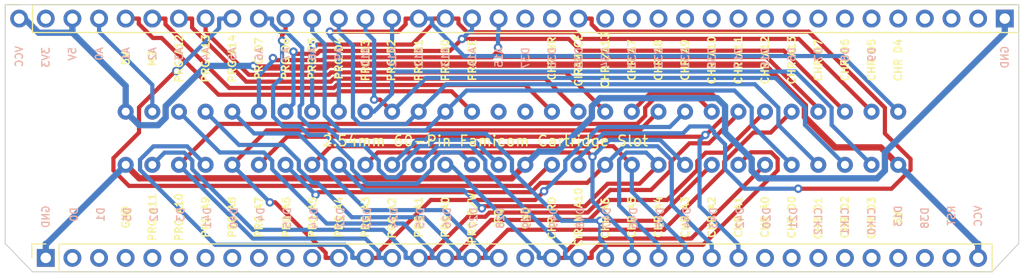
<source format=kicad_pcb>
(kicad_pcb (version 20211014) (generator pcbnew)
  (title_block (title "OSCR FAMICOM ADAPTER") (date "2021-11-22") (rev "V1"))
  (layers (0 "F.Cu" signal) (31 "B.Cu" signal) (34 "B.Paste" user) (35 "F.Paste" user) (36 "B.SilkS" user "B.Silkscreen") (37 "F.SilkS" user "F.Silkscreen") (38 "B.Mask" user) (39 "F.Mask" user) (44 "Edge.Cuts" user))
  (net 0 "")
  (net 1 "D50")
  (net 2 "D51")
  (net 3 "D28")
  (net 4 "D52")
  (net 5 "D26")
  (net 6 "D27")
  (net 7 "D24")
  (net 8 "D25")
  (net 9 "D22")
  (net 10 "D23")
  (net 11 "D53")
  (net 12 "+3V3")
  (net 13 "D9")
  (net 14 "D8")
  (net 15 "D7")
  (net 16 "D6")
  (net 17 "D16")
  (net 18 "D17")
  (net 19 "D30")
  (net 20 "D31")
  (net 21 "D32")
  (net 22 "D33")
  (net 23 "D34")
  (net 24 "D36")
  (net 25 "D37")
  (net 26 "VCC")
  (net 27 "D0")
  (net 28 "D1")
  (net 29 "D5")
  (net 30 "D2")
  (net 31 "D3")
  (net 32 "GND")
  (net 33 "D46")
  (net 34 "D47")
  (net 35 "D44")
  (net 36 "D45")
  (net 37 "D42")
  (net 38 "D43")
  (net 39 "D41")
  (net 40 "D40")
  (net 41 "D4")
  (net 42 "D15")
  (net 43 "D14")
  (net 44 "D29")
  (net 45 "D20")
  (net 46 "D21")
  (net 47 "A14")
  (net 48 "A15")
  (net 49 "A12")
  (net 50 "A13")
  (net 51 "A10")
  (net 52 "A11")
  (net 53 "A8")
  (net 54 "A9")
  (net 55 "A6")
  (net 56 "A7")
  (net 57 "A4")
  (net 58 "A5")
  (net 59 "A2")
  (net 60 "A3")
  (net 61 "A0")
  (net 62 "A1")
  (net 63 "D35")
  (net 64 "CLK2")
  (net 65 "CLK1")
  (net 66 "D13")
  (net 67 "D38")
  (net 68 "D49")
  (net 69 "D48")
  (net 70 "RESET")
  (net 72 "CLK0")
  (footprint "!OSCR:FC_Slot" (layer "F.Cu") (at 145.74 92.825 90)
    (fp_text reference "U1" hide)
    (fp_text value "FC_Slot" hide)
  )
  (footprint "Connector_PinSocket_2.54mm:PinSocket_1x36_P2.54mm_Vertical" (layer "F.Cu") (at 105.1 104.255 90)
    (fp_text reference "J2" hide)
    (fp_text value "CART SLOT BOTTOM ROW" hide)
  )
  (footprint "Connector_PinSocket_2.54mm:PinSocket_1x38_P2.54mm_Vertical" (layer "F.Cu") (at 102.56 81.395 90)
    (fp_text reference "J1" hide)
    (fp_text value "CART SLOT TOP ROW" hide)
  )
  (gr_line (start 101.23 80.07) (end 101.23 102.88) (layer "Edge.Cuts") (width 0.1))
  (gr_line (start 197.87 80.07) (end 101.23 80.07) (layer "Edge.Cuts") (width 0.1))
  (gr_line (start 195.33 105.58) (end 197.87 102.88) (layer "Edge.Cuts") (width 0.1))
  (gr_line (start 103.83 105.58) (end 195.33 105.58) (layer "Edge.Cuts") (width 0.1))
  (gr_line (start 197.87 102.88) (end 197.87 80.07) (layer "Edge.Cuts") (width 0.1))
  (gr_line (start 101.23 102.88) (end 103.83 105.58) (layer "Edge.Cuts") (width 0.1))
  (gr_text "D43" (at 168.76 99.345 90) (layer "B.SilkS") (effects (font (size 0.7 0.7) (thickness 0.125)) (justify left mirror)))
  (gr_text "D3" (at 117.96 99.345 90) (layer "B.SilkS") (effects (font (size 0.7 0.7) (thickness 0.125)) (justify left mirror)))
  (gr_text "D1" (at 110.34 99.345 90) (layer "B.SilkS") (effects (font (size 0.7 0.7) (thickness 0.125)) (justify left mirror)))
  (gr_text "D9" (at 183.86 84.055 90) (layer "B.SilkS") (effects (font (size 0.7 0.7) (thickness 0.125)) (justify left mirror)))
  (gr_text "A6" (at 125.44 84.055 90) (layer "B.SilkS") (effects (font (size 0.7 0.7) (thickness 0.125)) (justify left mirror)))
  (gr_text "D48" (at 156.06 99.345 90) (layer "B.SilkS") (effects (font (size 0.7 0.7) (thickness 0.125)) (justify left mirror)))
  (gr_text "VCC" (at 194 99.175 90) (layer "B.SilkS") (effects (font (size 0.7 0.7) (thickness 0.125)) (justify left mirror)))
  (gr_text "A4" (at 120.36 84.055 90) (layer "B.SilkS") (effects (font (size 0.7 0.7) (thickness 0.125)) (justify left mirror)))
  (gr_text "A2" (at 115.28 84.055 90) (layer "B.SilkS") (effects (font (size 0.7 0.7) (thickness 0.125)) (justify left mirror)))
  (gr_text "D31" (at 166.08 84.055 90) (layer "B.SilkS") (effects (font (size 0.7 0.7) (thickness 0.125)) (justify left mirror)))
  (gr_text "D23" (at 135.74 99.345 90) (layer "B.SilkS") (effects (font (size 0.7 0.7) (thickness 0.125)) (justify left mirror)))
  (gr_text "D7" (at 178.78 84.055 90) (layer "B.SilkS") (effects (font (size 0.7 0.7) (thickness 0.125)) (justify left mirror)))
  (gr_text "D49" (at 153.52 99.345 90) (layer "B.SilkS") (effects (font (size 0.7 0.7) (thickness 0.125)) (justify left mirror)))
  (gr_text "D38" (at 188.92 99.345 90) (layer "B.SilkS") (effects (font (size 0.7 0.7) (thickness 0.125)) (justify left mirror)))
  (gr_text "A10" (at 135.6 84.055 90) (layer "B.SilkS") (effects (font (size 0.7 0.7) (thickness 0.125)) (justify left mirror)))
  (gr_text "D37" (at 150.84 84.055 90) (layer "B.SilkS") (effects (font (size 0.7 0.7) (thickness 0.125)) (justify left mirror)))
  (gr_text "D4" (at 125.58 99.345 90) (layer "B.SilkS") (effects (font (size 0.7 0.7) (thickness 0.125)) (justify left mirror)))
  (gr_text "D32" (at 163.54 84.055 90) (layer "B.SilkS") (effects (font (size 0.7 0.7) (thickness 0.125)) (justify left mirror)))
  (gr_text "D8" (at 181.32 84.055 90) (layer "B.SilkS") (effects (font (size 0.7 0.7) (thickness 0.125)) (justify left mirror)))
  (gr_text "D30" (at 168.62 84.055 90) (layer "B.SilkS") (effects (font (size 0.7 0.7) (thickness 0.125)) (justify left mirror)))
  (gr_text "D29" (at 150.98 99.345 90) (layer "B.SilkS") (effects (font (size 0.7 0.7) (thickness 0.125)) (justify left mirror)))
  (gr_text "RST" (at 191.46 99.175 90) (layer "B.SilkS") (effects (font (size 0.7 0.7) (thickness 0.125)) (justify left mirror)))
  (gr_text "A14" (at 145.76 84.055 90) (layer "B.SilkS") (effects (font (size 0.7 0.7) (thickness 0.125)) (justify left mirror)))
  (gr_text "D2" (at 115.42 99.345 90) (layer "B.SilkS") (effects (font (size 0.7 0.7) (thickness 0.125)) (justify left mirror)))
  (gr_text "CLK2" (at 178.76 99.345 90) (layer "B.SilkS") (effects (font (size 0.7 0.7) (thickness 0.125)) (justify left mirror)))
  (gr_text "D14" (at 130.66 99.345 90) (layer "B.SilkS") (effects (font (size 0.7 0.7) (thickness 0.125)) (justify left mirror)))
  (gr_text "3V3" (at 105.1 84.055 90) (layer "B.SilkS") (effects (font (size 0.7 0.7) (thickness 0.125)) (justify left mirror)))
  (gr_text "D47" (at 158.6 99.345 90) (layer "B.SilkS") (effects (font (size 0.7 0.7) (thickness 0.125)) (justify left mirror)))
  (gr_text "D6" (at 176.24 84.055 90) (layer "B.SilkS") (effects (font (size 0.7 0.7) (thickness 0.125)) (justify left mirror)))
  (gr_text "A0" (at 110.2 84.055 90) (layer "B.SilkS") (effects (font (size 0.7 0.7) (thickness 0.125)) (justify left mirror)))
  (gr_text "D40" (at 123.04 99.345 90) (layer "B.SilkS") (effects (font (size 0.7 0.7) (thickness 0.125)) (justify left mirror)))
  (gr_text "A5" (at 122.9 84.055 90) (layer "B.SilkS") (effects (font (size 0.7 0.7) (thickness 0.125)) (justify left mirror)))
  (gr_text "CLK1" (at 181.3 99.345 90) (layer "B.SilkS") (effects (font (size 0.7 0.7) (thickness 0.125)) (justify left mirror)))
  (gr_text "A1" (at 112.74 84.055 90) (layer "B.SilkS") (effects (font (size 0.7 0.7) (thickness 0.125)) (justify left mirror)))
  (gr_text "D24" (at 138.28 99.345 90) (layer "B.SilkS") (effects (font (size 0.7 0.7) (thickness 0.125)) (justify left mirror)))
  (gr_text "D44" (at 166.22 99.345 90) (layer "B.SilkS") (effects (font (size 0.7 0.7) (thickness 0.125)) (justify left mirror)))
  (gr_text "D22" (at 133.2 99.345 90) (layer "B.SilkS") (effects (font (size 0.7 0.7) (thickness 0.125)) (justify left mirror)))
  (gr_text "A12" (at 140.68 84.055 90) (layer "B.SilkS") (effects (font (size 0.7 0.7) (thickness 0.125)) (justify left mirror)))
  (gr_text "D26" (at 143.36 99.345 90) (layer "B.SilkS") (effects (font (size 0.7 0.7) (thickness 0.125)) (justify left mirror)))
  (gr_text "D42" (at 171.3 99.345 90) (layer "B.SilkS") (effects (font (size 0.7 0.7) (thickness 0.125)) (justify left mirror)))
  (gr_text "VCC" (at 102.56 83.935 90) (layer "B.SilkS") (effects (font (size 0.7 0.7) (thickness 0.125)) (justify left mirror)))
  (gr_text "D5" (at 112.88 99.345 90) (layer "B.SilkS") (effects (font (size 0.7 0.7) (thickness 0.125)) (justify left mirror)))
  (gr_text "A3" (at 117.82 84.055 90) (layer "B.SilkS") (effects (font (size 0.7 0.7) (thickness 0.125)) (justify left mirror)))
  (gr_text "D36" (at 153.38 84.055 90) (layer "B.SilkS") (effects (font (size 0.7 0.7) (thickness 0.125)) (justify left mirror)))
  (gr_text "D33" (at 161 84.055 90) (layer "B.SilkS") (effects (font (size 0.7 0.7) (thickness 0.125)) (justify left mirror)))
  (gr_text "D34" (at 158.46 84.055 90) (layer "B.SilkS") (effects (font (size 0.7 0.7) (thickness 0.125)) (justify left mirror)))
  (gr_text "D15" (at 128.12 99.345 90) (layer "B.SilkS") (effects (font (size 0.7 0.7) (thickness 0.125)) (justify left mirror)))
  (gr_text "GND" (at 105.1 99.175 90) (layer "B.SilkS") (effects (font (size 0.7 0.7) (thickness 0.125)) (justify left mirror)))
  (gr_text "D28" (at 148.44 99.345 90) (layer "B.SilkS") (effects (font (size 0.7 0.7) (thickness 0.125)) (justify left mirror)))
  (gr_text "D21" (at 176.38 99.345 90) (layer "B.SilkS") (effects (font (size 0.7 0.7) (thickness 0.125)) (justify left mirror)))
  (gr_text "CLK0" (at 183.84 99.345 90) (layer "B.SilkS") (effects (font (size 0.7 0.7) (thickness 0.125)) (justify left mirror)))
  (gr_text "D17" (at 171.16 84.055 90) (layer "B.SilkS") (effects (font (size 0.7 0.7) (thickness 0.125)) (justify left mirror)))
  (gr_text "D41" (at 120.5 99.345 90) (layer "B.SilkS") (effects (font (size 0.7 0.7) (thickness 0.125)) (justify left mirror)))
  (gr_text "A9" (at 133.06 84.055 90) (layer "B.SilkS") (effects (font (size 0.7 0.7) (thickness 0.125)) (justify left mirror)))
  (gr_text "A7" (at 127.98 84.055 90) (layer "B.SilkS") (effects (font (size 0.7 0.7) (thickness 0.125)) (justify left mirror)))
  (gr_text "D27" (at 145.9 99.345 90) (layer "B.SilkS") (effects (font (size 0.7 0.7) (thickness 0.125)) (justify left mirror)))
  (gr_text "GND" (at 196.54 83.935 90) (layer "B.SilkS") (effects (font (size 0.7 0.7) (thickness 0.125)) (justify left mirror)))
  (gr_text "A8" (at 130.52 84.055 90) (layer "B.SilkS") (effects (font (size 0.7 0.7) (thickness 0.125)) (justify left mirror)))
  (gr_text "D46" (at 161.14 99.345 90) (layer "B.SilkS") (effects (font (size 0.7 0.7) (thickness 0.125)) (justify left mirror)))
  (gr_text "A11" (at 138.14 84.055 90) (layer "B.SilkS") (effects (font (size 0.7 0.7) (thickness 0.125)) (justify left mirror)))
  (gr_text "D20" (at 173.84 99.345 90) (layer "B.SilkS") (effects (font (size 0.7 0.7) (thickness 0.125)) (justify left mirror)))
  (gr_text "A13" (at 143.22 84.055 90) (layer "B.SilkS") (effects (font (size 0.7 0.7) (thickness 0.125)) (justify left mirror)))
  (gr_text "D16" (at 173.7 84.055 90) (layer "B.SilkS") (effects (font (size 0.7 0.7) (thickness 0.125)) (justify left mirror)))
  (gr_text "D13" (at 186.38 99.175 90) (layer "B.SilkS") (effects (font (size 0.7 0.7) (thickness 0.125)) (justify left mirror)))
  (gr_text "A15" (at 148.3 84.055 90) (layer "B.SilkS") (effects (font (size 0.7 0.7) (thickness 0.125)) (justify left mirror)))
  (gr_text "D25" (at 140.82 99.345 90) (layer "B.SilkS") (effects (font (size 0.7 0.7) (thickness 0.125)) (justify left mirror)))
  (gr_text "D45" (at 163.68 99.345 90) (layer "B.SilkS") (effects (font (size 0.7 0.7) (thickness 0.125)) (justify left mirror)))
  (gr_text "5V" (at 107.64 84.055 90) (layer "B.SilkS") (effects (font (size 0.7 0.7) (thickness 0.125)) (justify left mirror)))
  (gr_text "D0" (at 107.8 99.345 90) (layer "B.SilkS") (effects (font (size 0.7 0.7) (thickness 0.125)) (justify left mirror)))
  (gr_text "D35" (at 155.92 84.055 90) (layer "B.SilkS") (effects (font (size 0.7 0.7) (thickness 0.125)) (justify left mirror)))
  (gr_text "PRG D3" (at 135.58 85.365 90) (layer "F.SilkS") (effects (font (size 0.7 0.7))))
  (gr_text "CHR D7\n" (at 178.76 85.365 90) (layer "F.SilkS") (effects (font (size 0.7 0.7))))
  (gr_text "CHR A9" (at 166.06 85.365 90) (layer "F.SilkS") (effects (font (size 0.7 0.7))))
  (gr_text "GND\n" (at 112.72 100.364999 90) (layer "F.SilkS") (effects (font (size 0.7 0.7))))
  (gr_text "PRG A10\n" (at 117.8 100.364999 90) (layer "F.SilkS") (effects (font (size 0.7 0.7))))
  (gr_text "PRG A1" (at 140.66 100.365 90) (layer "F.SilkS") (effects (font (size 0.7 0.7))))
  (gr_text "CHR D5" (at 183.84 85.357444 90) (layer "F.SilkS") (effects (font (size 0.7 0.7))))
  (gr_text "CHR A13" (at 176.22 85.365 90) (layer "F.SilkS") (effects (font (size 0.7 0.7))))
  (gr_text "PRG A8" (at 122.88 100.364999 90) (layer "F.SilkS") (effects (font (size 0.7 0.7))))
  (gr_text "CHR A0" (at 173.68 100.365 90) (layer "F.SilkS") (effects (font (size 0.7 0.7))))
  (gr_text "PRG R/W" (at 145.74 100.445 90) (layer "F.SilkS") (effects (font (size 0.7 0.7))))
  (gr_text "M2" (at 115.26 85.205 90) (layer "F.SilkS") (effects (font (size 0.7 0.7))))
  (gr_text "CHR A2" (at 168.6 100.365 90) (layer "F.SilkS") (effects (font (size 0.7 0.7))))
  (gr_text "PRG A5" (at 130.55 100.364999 90) (layer "F.SilkS") (effects (font (size 0.7 0.7))))
  (gr_text "CHR A11" (at 171.14 85.365 90) (layer "F.SilkS") (effects (font (size 0.7 0.7))))
  (gr_text "CHR D4" (at 186.38 85.357444 90) (layer "F.SilkS") (effects (font (size 0.7 0.7))))
  (gr_text "PRG A2" (at 138.12 100.445 90) (layer "F.SilkS") (effects (font (size 0.7 0.7))))
  (gr_text "5V" (at 186.38 100.445 90) (layer "F.SilkS") (effects (font (size 0.7 0.7))))
  (gr_text "CHR RD" (at 153.36 100.445 90) (layer "F.SilkS") (effects (font (size 0.7 0.7))))
  (gr_text "CHR D2" (at 181.3 100.365 90) (layer "F.SilkS") (effects (font (size 0.7 0.7))))
  (gr_text "CHR A5" (at 160.98 100.365 90) (layer "F.SilkS") (effects (font (size 0.7 0.7))))
  (gr_text "CHR A7" (at 160.98 85.365 90) (layer "F.SilkS") (effects (font (size 0.7 0.7))))
  (gr_text "5V" (at 112.72 85.205 90) (layer "F.SilkS") (effects (font (size 0.7 0.7))))
  (gr_text "PRG D1" (at 140.66 85.365 90) (layer "F.SilkS") (effects (font (size 0.7 0.7))))
  (gr_text "PRG A3" (at 135.58 100.364999 90) (layer "F.SilkS") (effects (font (size 0.7 0.7))))
  (gr_text "GND" (at 150.82 100.445 90) (layer "F.SilkS") (effects (font (size 0.7 0.7))))
  (gr_text "IRQ" (at 148.28 100.445 90) (layer "F.SilkS") (effects (font (size 0.7 0.7))))
  (gr_text "PRG A13" (at 120.34 85.205 90) (layer "F.SilkS") (effects (font (size 0.7 0.7))))
  (gr_text "CHR D0" (at 176.22 100.365 90) (layer "F.SilkS") (effects (font (size 0.7 0.7))))
  (gr_text "CHR D1" (at 178.76 100.445 90) (layer "F.SilkS") (effects (font (size 0.7 0.7))))
  (gr_text "CIRAM CE" (at 155.9 85.365 90) (layer "F.SilkS") (effects (font (size 0.7 0.7))))
  (gr_text "PRG D4" (at 133.05 85.205 90) (layer "F.SilkS") (effects (font (size 0.7 0.7))))
  (gr_text "PRG D5" (at 130.5 85.205 90) (layer "F.SilkS") (effects (font (size 0.7 0.7))))
  (gr_text "PRG D2" (at 138.05 85.365 90) (layer "F.SilkS") (effects (font (size 0.7 0.7))))
  (gr_text "CHR A10" (at 168.6 85.365 90) (layer "F.SilkS") (effects (font (size 0.7 0.7))))
  (gr_text "CHR A1" (at 171.14 100.365 90) (layer "F.SilkS") (effects (font (size 0.7 0.7))))
  (gr_text "PRG A12" (at 117.8 85.205 90) (layer "F.SilkS") (effects (font (size 0.7 0.7))))
  (gr_text "CHR A12" (at 173.68 85.365 90) (layer "F.SilkS") (effects (font (size 0.7 0.7))))
  (gr_text "PRG A7" (at 125.42 100.364999 90) (layer "F.SilkS") (effects (font (size 0.7 0.7))))
  (gr_text "CHR /A13" (at 158.44 85.365 90) (layer "F.SilkS") (effects (font (size 0.7 0.7))))
  (gr_text "CHR A8" (at 163.52 85.365 90) (layer "F.SilkS") (effects (font (size 0.7 0.7))))
  (gr_text "CHR WR" (at 153.36 85.205 90) (layer "F.SilkS") (effects (font (size 0.7 0.7))))
  (gr_text "PRG CE" (at 145.77 85.365 90) (layer "F.SilkS") (effects (font (size 0.7 0.7))))
  (gr_text "CIRAM A10" (at 155.9 100.365 90) (layer "F.SilkS") (effects (font (size 0.7 0.7))))
  (gr_text "CHR D3\n" (at 183.84 100.445 90) (layer "F.SilkS") (effects (font (size 0.7 0.7))))
  (gr_text "2.54mm 60-Pin Famicom Cartridge Slot" (at 147.01 93.08) (layer "F.SilkS") (effects (font (size 1 1))))
  (gr_text "PRG A11" (at 115.26 100.364999 90) (layer "F.SilkS") (effects (font (size 0.7 0.7))))
  (gr_text "PRG D7" (at 125.42 85.205 90) (layer "F.SilkS") (effects (font (size 0.7 0.7))))
  (gr_text "PRG A9" (at 120.34 100.364999 90) (layer "F.SilkS") (effects (font (size 0.7 0.7))))
  (gr_text "PRG D0" (at 143.2 85.365 90) (layer "F.SilkS") (effects (font (size 0.7 0.7))))
  (gr_text "CHR A4" (at 163.52 100.365 90) (layer "F.SilkS") (effects (font (size 0.7 0.7))))
  (gr_text "CHR D6" (at 181.3 85.357444 90) (layer "F.SilkS") (effects (font (size 0.7 0.7))))
  (gr_text "PRG D6" (at 127.96 85.205 90) (layer "F.SilkS") (effects (font (size 0.7 0.7))))
  (gr_text "CHR A3" (at 166.06 100.365 90) (layer "F.SilkS") (effects (font (size 0.7 0.7))))
  (gr_text "PRG A4" (at 133.05 100.364999 90) (layer "F.SilkS") (effects (font (size 0.7 0.7))))
  (gr_text "PRG A0" (at 143.2 100.365 90) (layer "F.SilkS") (effects (font (size 0.7 0.7))))
  (gr_text "PRG A6" (at 128.05 100.364999 90) (layer "F.SilkS") (effects (font (size 0.7 0.7))))
  (gr_text "CHR A6" (at 158.44 100.445 90) (layer "F.SilkS") (effects (font (size 0.7 0.7))))
  (gr_text "PRG A14" (at 122.88 85.205 90) (layer "F.SilkS") (effects (font (size 0.7 0.7))))
  (segment (start 148.28 104.255) (end 147.0297 104.255) (width 0.4) (layer "B.Cu") (net 3))
  (segment (start 143.014 99.6923) (end 135.6688 99.6923) (width 0.4) (layer "B.Cu") (net 3))
  (segment (start 129.173 92.3678) (end 124.9628 92.3678) (width 0.4) (layer "B.Cu") (net 3))
  (segment (start 147.0297 104.255) (end 147.0297 103.708) (width 0.4) (layer "B.Cu") (net 3))
  (segment (start 124.9628 92.3678) (end 122.88 90.285) (width 0.4) (layer "B.Cu") (net 3))
  (segment (start 131.77 95.7935) (end 131.77 94.9648) (width 0.4) (layer "B.Cu") (net 3))
  (segment (start 131.77 94.9648) (end 129.173 92.3678) (width 0.4) (layer "B.Cu") (net 3))
  (segment (start 147.0297 103.708) (end 143.014 99.6923) (width 0.4) (layer "B.Cu") (net 3))
  (segment (start 135.6688 99.6923) (end 131.77 95.7935) (width 0.4) (layer "B.Cu") (net 3))
  (segment (start 169.7624 94.2026) (end 168.032 94.2026) (width 0.4) (layer "F.Cu") (net 5))
  (segment (start 143.2 104.255) (end 144.4503 104.255) (width 0.4) (layer "F.Cu") (net 5))
  (segment (start 147.5559 100.6315) (end 144.4503 103.7371) (width 0.4) (layer "F.Cu") (net 5))
  (segment (start 167.2224 95.0122) (end 167.2224 95.8466) (width 0.4) (layer "F.Cu") (net 5))
  (segment (start 167.2224 95.8466) (end 164.3483 98.7207) (width 0.4) (layer "F.Cu") (net 5))
  (segment (start 168.032 94.2026) (end 167.2224 95.0122) (width 0.4) (layer "F.Cu") (net 5))
  (segment (start 156.9072 100.6315) (end 147.5559 100.6315) (width 0.4) (layer "F.Cu") (net 5))
  (segment (start 158.818 98.7207) (end 156.9072 100.6315) (width 0.4) (layer "F.Cu") (net 5))
  (segment (start 173.68 90.285) (end 169.7624 94.2026) (width 0.4) (layer "F.Cu") (net 5))
  (segment (start 164.3483 98.7207) (end 158.818 98.7207) (width 0.4) (layer "F.Cu") (net 5))
  (segment (start 144.4503 103.7371) (end 144.4503 104.255) (width 0.4) (layer "F.Cu") (net 5))
  (segment (start 121.6997 94.1847) (end 125.8948 94.1847) (width 0.4) (layer "B.Cu") (net 5))
  (segment (start 126.6901 94.98) (end 126.6901 95.7755) (width 0.4) (layer "B.Cu") (net 5))
  (segment (start 141.9497 103.708) (end 141.9497 104.255) (width 0.4) (layer "B.Cu") (net 5))
  (segment (start 125.8948 94.1847) (end 126.6901 94.98) (width 0.4) (layer "B.Cu") (net 5))
  (segment (start 143.2 104.255) (end 141.9497 104.255) (width 0.4) (layer "B.Cu") (net 5))
  (segment (start 139.2148 100.9731) (end 141.9497 103.708) (width 0.4) (layer "B.Cu") (net 5))
  (segment (start 126.6901 95.7755) (end 131.8877 100.9731) (width 0.4) (layer "B.Cu") (net 5))
  (segment (start 117.8 90.285) (end 121.6997 94.1847) (width 0.4) (layer "B.Cu") (net 5))
  (segment (start 131.8877 100.9731) (end 139.2148 100.9731) (width 0.4) (layer "B.Cu") (net 5))
  (segment (start 164.0428 101.5662) (end 149.161 101.5662) (width 0.4) (layer "F.Cu") (net 6))
  (segment (start 172.5746 92.2811) (end 169.7909 95.0648) (width 0.4) (layer "F.Cu") (net 6))
  (segment (start 149.161 101.5662) (end 146.9903 103.7369) (width 0.4) (layer "F.Cu") (net 6))
  (segment (start 176.22 90.285) (end 174.2239 92.2811) (width 0.4) (layer "F.Cu") (net 6))
  (segment (start 145.74 104.255) (end 146.9903 104.255) (width 0.4) (layer "F.Cu") (net 6))
  (segment (start 169.7909 95.0648) (end 169.7909 95.8181) (width 0.4) (layer "F.Cu") (net 6))
  (segment (start 174.2239 92.2811) (end 172.5746 92.2811) (width 0.4) (layer "F.Cu") (net 6))
  (segment (start 146.9903 103.7369) (end 146.9903 104.255) (width 0.4) (layer "F.Cu") (net 6))
  (segment (start 169.7909 95.8181) (end 164.0428 101.5662) (width 0.4) (layer "F.Cu") (net 6))
  (segment (start 134.2885 100.3727) (end 141.1544 100.3727) (width 0.4) (layer "B.Cu") (net 6))
  (segment (start 129.23 94.9707) (end 129.23 95.7859) (width 0.4) (layer "B.Cu") (net 6))
  (segment (start 141.1544 100.3727) (end 144.4897 103.708) (width 0.4) (layer "B.Cu") (net 6))
  (segment (start 144.4897 103.708) (end 144.4897 104.255) (width 0.4) (layer "B.Cu") (net 6))
  (segment (start 145.74 104.255) (end 144.4897 104.255) (width 0.4) (layer "B.Cu") (net 6))
  (segment (start 120.34 90.285) (end 123.5189 93.4639) (width 0.4) (layer "B.Cu") (net 6))
  (segment (start 130.5215 97.0774) (end 130.9932 97.0774) (width 0.4) (layer "B.Cu") (net 6))
  (segment (start 123.5189 93.4639) (end 127.7232 93.4639) (width 0.4) (layer "B.Cu") (net 6))
  (segment (start 129.23 95.7859) (end 130.5215 97.0774) (width 0.4) (layer "B.Cu") (net 6))
  (segment (start 130.9932 97.0774) (end 134.2885 100.3727) (width 0.4) (layer "B.Cu") (net 6))
  (segment (start 127.7232 93.4639) (end 129.23 94.9707) (width 0.4) (layer "B.Cu") (net 6))
  (segment (start 121.7079 91.4571) (end 161.4853 91.4571) (width 0.4) (layer "F.Cu") (net 7))
  (segment (start 167.4216 89.1066) (end 168.6 90.285) (width 0.4) (layer "F.Cu") (net 7))
  (segment (start 117.8 95.365) (end 121.7079 91.4571) (width 0.4) (layer "F.Cu") (net 7))
  (segment (start 161.4853 91.4571) (end 162.25 90.6924) (width 0.4) (layer "F.Cu") (net 7))
  (segment (start 163.0496 89.1066) (end 167.4216 89.1066) (width 0.4) (layer "F.Cu") (net 7))
  (segment (start 162.25 89.9062) (end 163.0496 89.1066) (width 0.4) (layer "F.Cu") (net 7))
  (segment (start 162.25 90.6924) (end 162.25 89.9062) (width 0.4) (layer "F.Cu") (net 7))
  (segment (start 135.566 102.4043) (end 124.8393 102.4043) (width 0.4) (layer "B.Cu") (net 7))
  (segment (start 138.12 104.255) (end 136.8697 104.255) (width 0.4) (layer "B.Cu") (net 7))
  (segment (start 136.8697 104.255) (end 136.8697 103.708) (width 0.4) (layer "B.Cu") (net 7))
  (segment (start 136.8697 103.708) (end 135.566 102.4043) (width 0.4) (layer "B.Cu") (net 7))
  (segment (start 124.8393 102.4043) (end 117.8 95.365) (width 0.4) (layer "B.Cu") (net 7))
  (segment (start 164.6824 95.0978) (end 164.6824 95.8965) (width 0.4) (layer "F.Cu") (net 8))
  (segment (start 158.9211 97.7687) (end 156.7673 99.9225) (width 0.4) (layer "F.Cu") (net 8))
  (segment (start 164.6824 95.8965) (end 162.8102 97.7687) (width 0.4) (layer "F.Cu") (net 8))
  (segment (start 171.14 90.285) (end 171.14 90.4998) (width 0.4) (layer "F.Cu") (net 8))
  (segment (start 147.0159 100.3226) (end 145.3454 100.3226) (width 0.4) (layer "F.Cu") (net 8))
  (segment (start 162.8102 97.7687) (end 158.9211 97.7687) (width 0.4) (layer "F.Cu") (net 8))
  (segment (start 140.66 104.255) (end 141.9103 104.255) (width 0.4) (layer "F.Cu") (net 8))
  (segment (start 141.9103 103.7577) (end 141.9103 104.255) (width 0.4) (layer "F.Cu") (net 8))
  (segment (start 168.3298 93.31) (end 166.4702 93.31) (width 0.4) (layer "F.Cu") (net 8))
  (segment (start 156.7673 99.9225) (end 147.416 99.9225) (width 0.4) (layer "F.Cu") (net 8))
  (segment (start 166.4702 93.31) (end 164.6824 95.0978) (width 0.4) (layer "F.Cu") (net 8))
  (segment (start 147.416 99.9225) (end 147.0159 100.3226) (width 0.4) (layer "F.Cu") (net 8))
  (segment (start 171.14 90.4998) (end 168.3298 93.31) (width 0.4) (layer "F.Cu") (net 8))
  (segment (start 145.3454 100.3226) (end 141.9103 103.7577) (width 0.4) (layer "F.Cu") (net 8))
  (segment (start 139.4097 103.6902) (end 137.293 101.5735) (width 0.4) (layer "B.Cu") (net 8))
  (segment (start 137.293 101.5735) (end 124.8576 101.5735) (width 0.4) (layer "B.Cu") (net 8))
  (segment (start 124.8576 101.5735) (end 119.07 95.7859) (width 0.4) (layer "B.Cu") (net 8))
  (segment (start 119.07 95.7859) (end 119.07 94.9621) (width 0.4) (layer "B.Cu") (net 8))
  (segment (start 140.66 104.255) (end 139.4097 104.255) (width 0.4) (layer "B.Cu") (net 8))
  (segment (start 118.3053 94.1974) (end 116.4276 94.1974) (width 0.4) (layer "B.Cu") (net 8))
  (segment (start 139.4097 104.255) (end 139.4097 103.6902) (width 0.4) (layer "B.Cu") (net 8))
  (segment (start 119.07 94.9621) (end 118.3053 94.1974) (width 0.4) (layer "B.Cu") (net 8))
  (segment (start 116.4276 94.1974) (end 115.26 95.365) (width 0.4) (layer "B.Cu") (net 8))
  (segment (start 126.1656 92.0794) (end 161.7256 92.0794) (width 0.4) (layer "F.Cu") (net 9))
  (segment (start 133.04 104.255) (end 131.7897 104.255) (width 0.4) (layer "F.Cu") (net 9))
  (segment (start 161.7256 92.0794) (end 163.52 90.285) (width 0.4) (layer "F.Cu") (net 9))
  (segment (start 131.7897 103.7684) (end 126.9751 98.9538) (width 0.4) (layer "F.Cu") (net 9))
  (segment (start 122.88 95.365) (end 126.1656 92.0794) (width 0.4) (layer "F.Cu") (net 9))
  (segment (start 126.9751 98.9538) (end 126.4688 98.9538) (width 0.4) (layer "F.Cu") (net 9))
  (segment (start 131.7897 104.255) (end 131.7897 103.7684) (width 0.4) (layer "F.Cu") (net 9))
  (via (at 126.4688 98.9538) (size 0.8) (drill 0.4) (layers "F.Cu" "B.Cu") (net 9))
  (segment (start 122.88 95.365) (end 126.4688 98.9538) (width 0.4) (layer "B.Cu") (net 9))
  (segment (start 136.8303 103.708) (end 141.8165 98.7218) (width 0.4) (layer "F.Cu") (net 10))
  (segment (start 135.58 104.255) (end 136.8303 104.255) (width 0.4) (layer "F.Cu") (net 10))
  (segment (start 136.8303 104.255) (end 136.8303 103.708) (width 0.4) (layer "F.Cu") (net 10))
  (segment (start 151.7767 98.7218) (end 152.6129 97.8856) (width 0.4) (layer "F.Cu") (net 10))
  (segment (start 141.8165 98.7218) (end 151.7767 98.7218) (width 0.4) (layer "F.Cu") (net 10))
  (via (at 152.6129 97.8856) (size 0.8) (drill 0.4) (layers "F.Cu" "B.Cu") (net 10))
  (segment (start 154.63 95.8685) (end 154.63 94.9779) (width 0.4) (layer "B.Cu") (net 10))
  (segment (start 135.58 104.255) (end 134.3297 104.255) (width 0.4) (layer "B.Cu") (net 10))
  (segment (start 120.34 95.365) (end 118.5721 93.5971) (width 0.4) (layer "B.Cu") (net 10))
  (segment (start 114.086 94.8749) (end 114.086 95.8354) (width 0.4) (layer "B.Cu") (net 10))
  (segment (start 134.3297 103.7079) (end 134.3297 104.255) (width 0.4) (layer "B.Cu") (net 10))
  (segment (start 164.5943 91.7507) (end 166.06 90.285) (width 0.4) (layer "B.Cu") (net 10))
  (segment (start 133.6265 103.0047) (end 134.3297 103.7079) (width 0.4) (layer "B.Cu") (net 10))
  (segment (start 121.2553 103.0047) (end 133.6265 103.0047) (width 0.4) (layer "B.Cu") (net 10))
  (segment (start 152.6129 97.8856) (end 154.63 95.8685) (width 0.4) (layer "B.Cu") (net 10))
  (segment (start 154.63 94.9779) (end 157.8572 91.7507) (width 0.4) (layer "B.Cu") (net 10))
  (segment (start 115.3638 93.5971) (end 114.086 94.8749) (width 0.4) (layer "B.Cu") (net 10))
  (segment (start 157.8572 91.7507) (end 164.5943 91.7507) (width 0.4) (layer "B.Cu") (net 10))
  (segment (start 114.086 95.8354) (end 121.2553 103.0047) (width 0.4) (layer "B.Cu") (net 10))
  (segment (start 118.5721 93.5971) (end 115.3638 93.5971) (width 0.4) (layer "B.Cu") (net 10))
  (segment (start 184.7124 93.6974) (end 186.38 95.365) (width 0.6) (layer "F.Cu") (net 26))
  (segment (start 180.3784 93.6974) (end 184.7124 93.6974) (width 0.6) (layer "F.Cu") (net 26))
  (segment (start 132.0575 85.7953) (end 173.564 85.7953) (width 0.6) (layer "F.Cu") (net 26))
  (segment (start 125.0426 86.0646) (end 131.7882 86.0646) (width 0.6) (layer "F.Cu") (net 26))
  (segment (start 124.8919 85.9139) (end 125.0426 86.0646) (width 0.6) (layer "F.Cu") (net 26))
  (segment (start 131.7882 86.0646) (end 132.0575 85.7953) (width 0.6) (layer "F.Cu") (net 26))
  (segment (start 173.564 85.7953) (end 177.4824 89.7137) (width 0.6) (layer "F.Cu") (net 26))
  (segment (start 177.4824 90.8014) (end 180.3784 93.6974) (width 0.6) (layer "F.Cu") (net 26))
  (segment (start 177.4824 89.7137) (end 177.4824 90.8014) (width 0.6) (layer "F.Cu") (net 26))
  (via (at 124.8919 85.9139) (size 0.8) (drill 0.4) (layers "F.Cu" "B.Cu") (net 26))
  (segment (start 107.64 82.7453) (end 112.72 87.8253) (width 0.6) (layer "B.Cu") (net 26))
  (segment (start 112.72 90.285) (end 114.015 91.58) (width 0.6) (layer "B.Cu") (net 26))
  (segment (start 104.4168 82.7453) (end 103.0665 81.395) (width 0.6) (layer "B.Cu") (net 26))
  (segment (start 194 104.255) (end 194 102.9047) (width 0.6) (layer "B.Cu") (net 26))
  (segment (start 186.38 95.365) (end 193.9197 102.9047) (width 0.6) (layer "B.Cu") (net 26))
  (segment (start 120.3719 85.9139) (end 124.8919 85.9139) (width 0.6) (layer "B.Cu") (net 26))
  (segment (start 103.0665 81.395) (end 102.56 81.395) (width 0.6) (layer "B.Cu") (net 26))
  (segment (start 112.72 87.8253) (end 112.72 90.285) (width 0.6) (layer "B.Cu") (net 26))
  (segment (start 114.015 91.58) (end 115.8067 91.58) (width 0.6) (layer "B.Cu") (net 26))
  (segment (start 116.53 89.7558) (end 120.3719 85.9139) (width 0.6) (layer "B.Cu") (net 26))
  (segment (start 193.9197 102.9047) (end 194 102.9047) (width 0.6) (layer "B.Cu") (net 26))
  (segment (start 107.64 82.7453) (end 104.4168 82.7453) (width 0.6) (layer "B.Cu") (net 26))
  (segment (start 107.64 81.395) (end 107.64 82.7453) (width 0.6) (layer "B.Cu") (net 26))
  (segment (start 115.8067 91.58) (end 116.53 90.8567) (width 0.6) (layer "B.Cu") (net 26))
  (segment (start 116.53 90.8567) (end 116.53 89.7558) (width 0.6) (layer "B.Cu") (net 26))
  (segment (start 150.82 95.365) (end 149.5329 96.6521) (width 0.6) (layer "F.Cu") (net 32))
  (segment (start 114.0071 96.6521) (end 112.72 95.365) (width 0.6) (layer "F.Cu") (net 32))
  (segment (start 149.5329 96.6521) (end 114.0071 96.6521) (width 0.6) (layer "F.Cu") (net 32))
  (segment (start 157.9394 88.9974) (end 157.17 89.7668) (width 0.6) (layer "B.Cu") (net 32))
  (segment (start 157.17 90.8076) (end 153.875 94.1026) (width 0.6) (layer "B.Cu") (net 32))
  (segment (start 196.54 81.395) (end 196.54 82.7453) (width 0.6) (layer "B.Cu") (net 32))
  (segment (start 112.72 95.365) (end 105.1803 102.9047) (width 0.6) (layer "B.Cu") (net 32))
  (segment (start 184.3676 96.655) (end 173.1349 96.655) (width 0.6) (layer "B.Cu") (net 32))
  (segment (start 172.41 94.8203) (end 169.87 92.2803) (width 0.6) (layer "B.Cu") (net 32))
  (segment (start 185.11 94.1753) (end 185.11 95.9126) (width 0.6) (layer "B.Cu") (net 32))
  (segment (start 173.1349 96.655) (end 172.41 95.9301) (width 0.6) (layer "B.Cu") (net 32))
  (segment (start 153.875 94.1026) (end 152.0824 94.1026) (width 0.6) (layer "B.Cu") (net 32))
  (segment (start 169.87 92.2803) (end 169.87 89.7465) (width 0.6) (layer "B.Cu") (net 32))
  (segment (start 169.87 89.7465) (end 169.1209 88.9974) (width 0.6) (layer "B.Cu") (net 32))
  (segment (start 105.1 104.255) (end 105.1 102.9047) (width 0.6) (layer "B.Cu") (net 32))
  (segment (start 157.17 89.7668) (end 157.17 90.8076) (width 0.6) (layer "B.Cu") (net 32))
  (segment (start 105.1803 102.9047) (end 105.1 102.9047) (width 0.6) (layer "B.Cu") (net 32))
  (segment (start 172.41 95.9301) (end 172.41 94.8203) (width 0.6) (layer "B.Cu") (net 32))
  (segment (start 169.1209 88.9974) (end 157.9394 88.9974) (width 0.6) (layer "B.Cu") (net 32))
  (segment (start 185.11 95.9126) (end 184.3676 96.655) (width 0.6) (layer "B.Cu") (net 32))
  (segment (start 196.54 82.7453) (end 185.11 94.1753) (width 0.6) (layer "B.Cu") (net 32))
  (segment (start 152.0824 94.1026) (end 150.82 95.365) (width 0.6) (layer "B.Cu") (net 32))
  (segment (start 135.58 95.365) (end 136.758 94.187) (width 0.4) (layer "F.Cu") (net 33))
  (segment (start 156.8247 94.187) (end 157.2281 94.5904) (width 0.4) (layer "F.Cu") (net 33))
  (segment (start 136.758 94.187) (end 156.8247 94.187) (width 0.4) (layer "F.Cu") (net 33))
  (via (at 157.2281 94.5904) (size 0.8) (drill 0.4) (layers "F.Cu" "B.Cu") (net 33))
  (segment (start 158.8258 92.9927) (end 157.2281 94.5904) (width 0.4) (layer "B.Cu") (net 33))
  (segment (start 157.2281 98.8408) (end 157.2281 94.5904) (width 0.4) (layer "B.Cu") (net 33))
  (segment (start 160.98 102.5927) (end 157.2281 98.8408) (width 0.4) (layer "B.Cu") (net 33))
  (segment (start 160.98 104.255) (end 160.98 103.0047) (width 0.4) (layer "B.Cu") (net 33))
  (segment (start 166.06 95.365) (end 163.6877 92.9927) (width 0.4) (layer "B.Cu") (net 33))
  (segment (start 160.98 103.0047) (end 160.98 102.5927) (width 0.4) (layer "B.Cu") (net 33))
  (segment (start 163.6877 92.9927) (end 158.8258 92.9927) (width 0.4) (layer "B.Cu") (net 33))
  (segment (start 163.2542 100.7108) (end 157.9663 100.7108) (width 0.4) (layer "F.Cu") (net 34))
  (segment (start 168.6 95.365) (end 163.2542 100.7108) (width 0.4) (layer "F.Cu") (net 34))
  (via (at 157.9663 100.7108) (size 0.8) (drill 0.4) (layers "F.Cu" "B.Cu") (net 34))
  (segment (start 157.9663 102.531) (end 157.9663 100.7108) (width 0.4) (layer "B.Cu") (net 34))
  (segment (start 140.5069 92.9781) (end 141.2989 92.9781) (width 0.4) (layer "B.Cu") (net 34))
  (segment (start 138.12 95.365) (end 140.5069 92.9781) (width 0.4) (layer "B.Cu") (net 34))
  (segment (start 141.2989 92.9781) (end 141.8992 92.3778) (width 0.4) (layer "B.Cu") (net 34))
  (segment (start 149.55 95.9544) (end 154.3064 100.7108) (width 0.4) (layer "B.Cu") (net 34))
  (segment (start 158.44 104.255) (end 158.44 103.0047) (width 0.4) (layer "B.Cu") (net 34))
  (segment (start 154.3064 100.7108) (end 157.9663 100.7108) (width 0.4) (layer "B.Cu") (net 34))
  (segment (start 149.55 94.8951) (end 149.55 95.9544) (width 0.4) (layer "B.Cu") (net 34))
  (segment (start 158.44 103.0047) (end 157.9663 102.531) (width 0.4) (layer "B.Cu") (net 34))
  (segment (start 147.0327 92.3778) (end 149.55 94.8951) (width 0.4) (layer "B.Cu") (net 34))
  (segment (start 141.8992 92.3778) (end 147.0327 92.3778) (width 0.4) (layer "B.Cu") (net 34))
  (segment (start 132.2786 93.5864) (end 130.5 95.365) (width 0.4) (layer "F.Cu") (net 35))
  (segment (start 159.2014 93.5864) (end 132.2786 93.5864) (width 0.4) (layer "F.Cu") (net 35))
  (segment (start 160.98 95.365) (end 159.2014 93.5864) (width 0.4) (layer "F.Cu") (net 35))
  (segment (start 166.06 103.0047) (end 160.98 97.9247) (width 0.4) (layer "B.Cu") (net 35))
  (segment (start 166.06 104.255) (end 166.06 103.0047) (width 0.4) (layer "B.Cu") (net 35))
  (segment (start 160.98 97.9247) (end 160.98 95.365) (width 0.4) (layer "B.Cu") (net 35))
  (segment (start 156.5187 99.3222) (end 146.8845 99.3222) (width 0.4) (layer "F.Cu") (net 36))
  (segment (start 158.6725 97.1684) (end 156.5187 99.3222) (width 0.4) (layer "F.Cu") (net 36))
  (segment (start 146.8845 99.3222) (end 146.6844 99.5223) (width 0.4) (layer "F.Cu") (net 36))
  (segment (start 163.52 95.365) (end 161.7166 97.1684) (width 0.4) (layer "F.Cu") (net 36))
  (segment (start 161.7166 97.1684) (end 158.6725 97.1684) (width 0.4) (layer "F.Cu") (net 36))
  (via (at 146.6844 99.5223) (size 0.8) (drill 0.4) (layers "F.Cu" "B.Cu") (net 36))
  (segment (start 163.52 104.255) (end 163.52 103.0047) (width 0.4) (layer "B.Cu") (net 36))
  (segment (start 135.4675 97.7925) (end 144.9546 97.7925) (width 0.4) (layer "B.Cu") (net 36))
  (segment (start 162.3483 94.1933) (end 163.52 95.365) (width 0.4) (layer "B.Cu") (net 36))
  (segment (start 133.04 95.365) (end 135.4675 97.7925) (width 0.4) (layer "B.Cu") (net 36))
  (segment (start 159.7681 94.9) (end 160.4748 94.1933) (width 0.4) (layer "B.Cu") (net 36))
  (segment (start 159.7681 99.2528) (end 159.7681 94.9) (width 0.4) (layer "B.Cu") (net 36))
  (segment (start 144.9546 97.7925) (end 146.6844 99.5223) (width 0.4) (layer "B.Cu") (net 36))
  (segment (start 163.52 103.0047) (end 159.7681 99.2528) (width 0.4) (layer "B.Cu") (net 36))
  (segment (start 160.4748 94.1933) (end 162.3483 94.1933) (width 0.4) (layer "B.Cu") (net 36))
  (segment (start 168.5528 88.5058) (end 169.7781 89.7311) (width 0.4) (layer "F.Cu") (net 37))
  (segment (start 169.7781 90.7978) (end 168.0663 92.5096) (width 0.4) (layer "F.Cu") (net 37))
  (segment (start 168.0663 92.5096) (end 167.9861 92.5096) (width 0.4) (layer "F.Cu") (net 37))
  (segment (start 162.7592 88.5058) (end 168.5528 88.5058) (width 0.4) (layer "F.Cu") (net 37))
  (segment (start 125.42 95.365) (end 128.1052 92.6798) (width 0.4) (layer "F.Cu") (net 37))
  (segment (start 169.7781 89.7311) (end 169.7781 90.7978) (width 0.4) (layer "F.Cu") (net 37))
  (segment (start 128.1052 92.6798) (end 167.8159 92.6798) (width 0.4) (layer "F.Cu") (net 37))
  (segment (start 160.98 90.285) (end 162.7592 88.5058) (width 0.4) (layer "F.Cu") (net 37))
  (segment (start 167.8159 92.6798) (end 167.9861 92.5096) (width 0.4) (layer "F.Cu") (net 37))
  (via (at 167.9861 92.5096) (size 0.8) (drill 0.4) (layers "F.Cu" "B.Cu") (net 37))
  (segment (start 167.9861 92.5096) (end 167.437 93.0587) (width 0.4) (layer "B.Cu") (net 37))
  (segment (start 171.14 104.255) (end 171.14 103.0047) (width 0.4) (layer "B.Cu") (net 37))
  (segment (start 167.437 93.0587) (end 167.437 99.3017) (width 0.4) (layer "B.Cu") (net 37))
  (segment (start 167.437 99.3017) (end 171.14 103.0047) (width 0.4) (layer "B.Cu") (net 37))
  (segment (start 152.2815 97.0853) (end 151.3891 97.9777) (width 0.4) (layer "F.Cu") (net 38))
  (segment (start 151.3891 97.9777) (end 131.0667 97.9777) (width 0.4) (layer "F.Cu") (net 38))
  (segment (start 156.7197 97.0853) (end 152.2815 97.0853) (width 0.4) (layer "F.Cu") (net 38))
  (segment (start 131.0667 97.9777) (end 130.8197 98.2247) (width 0.4) (layer "F.Cu") (net 38))
  (segment (start 158.44 95.365) (end 156.7197 97.0853) (width 0.4) (layer "F.Cu") (net 38))
  (via (at 130.8197 98.2247) (size 0.8) (drill 0.4) (layers "F.Cu" "B.Cu") (net 38))
  (segment (start 127.96 95.365) (end 130.8197 98.2247) (width 0.4) (layer "B.Cu") (net 38))
  (segment (start 160.212 93.593) (end 158.44 95.365) (width 0.4) (layer "B.Cu") (net 38))
  (segment (start 164.79 99.1947) (end 164.79 94.9441) (width 0.4) (layer "B.Cu") (net 38))
  (segment (start 168.6 104.255) (end 168.6 103.0047) (width 0.4) (layer "B.Cu") (net 38))
  (segment (start 163.4389 93.593) (end 160.212 93.593) (width 0.4) (layer "B.Cu") (net 38))
  (segment (start 164.79 94.9441) (end 163.4389 93.593) (width 0.4) (layer "B.Cu") (net 38))
  (segment (start 168.6 103.0047) (end 164.79 99.1947) (width 0.4) (layer "B.Cu") (net 38))
  (segment (start 154.9545 83.3398) (end 144.7791 83.3398) (width 0.4) (layer "F.Cu") (net 47))
  (segment (start 131.2291 84.4848) (end 130.9499 84.764) (width 0.4) (layer "F.Cu") (net 47))
  (segment (start 156.0773 84.4626) (end 154.9545 83.3398) (width 0.4) (layer "F.Cu") (net 47))
  (segment (start 130.9499 84.764) (end 128.9224 84.764) (width 0.4) (layer "F.Cu") (net 47))
  (segment (start 144.7791 83.3398) (end 143.6341 84.4848) (width 0.4) (layer "F.Cu") (net 47))
  (segment (start 175.4776 84.4626) (end 156.0773 84.4626) (width 0.4) (layer "F.Cu") (net 47))
  (segment (start 128.9224 84.764) (end 128.713 84.5546) (width 0.4) (layer "F.Cu") (net 47))
  (segment (start 181.3 90.285) (end 175.4776 84.4626) (width 0.4) (layer "F.Cu") (net 47))
  (segment (start 143.6341 84.4848) (end 131.2291 84.4848) (width 0.4) (layer "F.Cu") (net 47))
  (via (at 144.7791 83.3398) (size 0.8) (drill 0.4) (layers "F.Cu" "B.Cu") (net 47))
  (via (at 128.713 84.5546) (size 0.8) (drill 0.4) (layers "F.Cu" "B.Cu") (net 47))
  (segment (start 128.713 84.5546) (end 128.713 89.532) (width 0.4) (layer "B.Cu") (net 47))
  (segment (start 145.4736 82.6453) (end 144.7791 83.3398) (width 0.4) (layer "B.Cu") (net 47))
  (segment (start 145.74 82.6453) (end 145.4736 82.6453) (width 0.4) (layer "B.Cu") (net 47))
  (segment (start 145.74 81.395) (end 145.74 82.6453) (width 0.4) (layer "B.Cu") (net 47))
  (segment (start 128.713 89.532) (end 127.96 90.285) (width 0.4) (layer "B.Cu") (net 47))
  (segment (start 131.7674 85.095) (end 147.6196 85.095) (width 0.4) (layer "F.Cu") (net 48))
  (segment (start 178.76 90.0008) (end 173.8221 85.0629) (width 0.4) (layer "F.Cu") (net 48))
  (segment (start 126.7585 85.1616) (end 126.9612 85.3643) (width 0.4) (layer "F.Cu") (net 48))
  (segment (start 131.4981 85.3643) (end 131.7674 85.095) (width 0.4) (layer "F.Cu") (net 48))
  (segment (start 148.7881 85.0629) (end 148.2199 84.4947) (width 0.4) (layer "F.Cu") (net 48))
  (segment (start 126.9612 85.3643) (end 131.4981 85.3643) (width 0.4) (layer "F.Cu") (net 48))
  (segment (start 147.6196 85.095) (end 148.2199 84.4947) (width 0.4) (layer "F.Cu") (net 48))
  (segment (start 178.76 90.285) (end 178.76 90.0008) (width 0.4) (layer "F.Cu") (net 48))
  (segment (start 173.8221 85.0629) (end 148.7881 85.0629) (width 0.4) (layer "F.Cu") (net 48))
  (segment (start 148.2199 84.1528) (end 148.2199 84.4947) (width 0.4) (layer "F.Cu") (net 48))
  (via (at 148.2199 84.1528) (size 0.8) (drill 0.4) (layers "F.Cu" "B.Cu") (net 48))
  (via (at 126.7585 85.1616) (size 0.8) (drill 0.4) (layers "F.Cu" "B.Cu") (net 48))
  (segment (start 148.2199 82.7054) (end 148.2199 84.1528) (width 0.4) (layer "B.Cu") (net 48))
  (segment (start 125.42 86.7777) (end 126.7585 85.4392) (width 0.4) (layer "B.Cu") (net 48))
  (segment (start 148.28 82.6453) (end 148.2199 82.7054) (width 0.4) (layer "B.Cu") (net 48))
  (segment (start 148.28 81.395) (end 148.28 82.6453) (width 0.4) (layer "B.Cu") (net 48))
  (segment (start 125.42 90.285) (end 125.42 86.7777) (width 0.4) (layer "B.Cu") (net 48))
  (segment (start 126.7585 85.4392) (end 126.7585 85.1616) (width 0.4) (layer "B.Cu") (net 48))
  (segment (start 138.7063 82.6454) (end 132.194 82.6454) (width 0.4) (layer "F.Cu") (net 49))
  (segment (start 139.4097 81.395) (end 139.4097 81.942) (width 0.4) (layer "F.Cu") (net 49))
  (segment (start 140.66 81.395) (end 139.4097 81.395) (width 0.4) (layer "F.Cu") (net 49))
  (segment (start 139.4097 81.942) (end 138.7063 82.6454) (width 0.4) (layer "F.Cu") (net 49))
  (via (at 132.194 82.6454) (size 0.8) (drill 0.4) (layers "F.Cu" "B.Cu") (net 49))
  (segment (start 141.9103 81.9115) (end 141.9103 81.395) (width 0.4) (layer "B.Cu") (net 49))
  (segment (start 181.0671 84.9721) (end 144.9709 84.9721) (width 0.4) (layer "B.Cu") (net 49))
  (segment (start 140.66 81.395) (end 141.9103 81.395) (width 0.4) (layer "B.Cu") (net 49))
  (segment (start 132.194 83.0549) (end 132.194 82.6454) (width 0.4) (layer "B.Cu") (net 49))
  (segment (start 133.04 90.285) (end 133.04 83.9009) (width 0.4) (layer "B.Cu") (net 49))
  (segment (start 186.38 90.285) (end 181.0671 84.9721) (width 0.4) (layer "B.Cu") (net 49))
  (segment (start 144.9709 84.9721) (end 141.9103 81.9115) (width 0.4) (layer "B.Cu") (net 49))
  (segment (start 133.04 83.9009) (end 132.194 83.0549) (width 0.4) (layer "B.Cu") (net 49))
  (segment (start 145.2759 82.6993) (end 144.4503 81.8737) (width 0.4) (layer "F.Cu") (net 50))
  (segment (start 141.9497 81.395) (end 141.9497 81.942) (width 0.4) (layer "F.Cu") (net 50))
  (segment (start 141.9497 81.942) (end 140.0143 83.8774) (width 0.4) (layer "F.Cu") (net 50))
  (segment (start 143.2 81.395) (end 141.9497 81.395) (width 0.4) (layer "F.Cu") (net 50))
  (segment (start 183.84 90.285) (end 176.8948 83.3398) (width 0.4) (layer "F.Cu") (net 50))
  (segment (start 176.8948 83.3398) (end 156.2278 83.3398) (width 0.4) (layer "F.Cu") (net 50))
  (segment (start 144.4503 81.8737) (end 144.4503 81.395) (width 0.4) (layer "F.Cu") (net 50))
  (segment (start 155.5873 82.6993) (end 145.2759 82.6993) (width 0.4) (layer "F.Cu") (net 50))
  (segment (start 130.7047 83.8774) (end 130.6184 83.9637) (width 0.4) (layer "F.Cu") (net 50))
  (segment (start 143.7982 81.395) (end 144.4503 81.395) (width 0.4) (layer "F.Cu") (net 50))
  (segment (start 143.2 81.395) (end 143.7982 81.395) (width 0.4) (layer "F.Cu") (net 50))
  (segment (start 156.2278 83.3398) (end 155.5873 82.6993) (width 0.4) (layer "F.Cu") (net 50))
  (segment (start 140.0143 83.8774) (end 130.7047 83.8774) (width 0.4) (layer "F.Cu") (net 50))
  (via (at 130.6184 83.9637) (size 0.8) (drill 0.4) (layers "F.Cu" "B.Cu") (net 50))
  (segment (start 130.6184 83.9637) (end 130.5 84.0821) (width 0.4) (layer "B.Cu") (net 50))
  (segment (start 130.5 84.0821) (end 130.5 90.285) (width 0.4) (layer "B.Cu") (net 50))
  (segment (start 136.9728 89.1378) (end 136.4103 89.1378) (width 0.4) (layer "F.Cu") (net 51))
  (segment (start 138.12 90.285) (end 136.9728 89.1378) (width 0.4) (layer "F.Cu") (net 51))
  (via (at 136.4103 89.1378) (size 0.8) (drill 0.4) (layers "F.Cu" "B.Cu") (net 51))
  (segment (start 174.6803 87.0641) (end 177.49 89.8738) (width 0.4) (layer "B.Cu") (net 51))
  (segment (start 136.4103 83.4756) (end 136.4103 89.1378) (width 0.4) (layer "B.Cu") (net 51))
  (segment (start 177.49 91.555) (end 181.3 95.365) (width 0.4) (layer "B.Cu") (net 51))
  (segment (start 135.58 81.395) (end 135.58 82.6453) (width 0.4) (layer "B.Cu") (net 51))
  (segment (start 135.58 82.6453) (end 136.4103 83.4756) (width 0.4) (layer "B.Cu") (net 51))
  (segment (start 141.3409 87.0641) (end 174.6803 87.0641) (width 0.4) (layer "B.Cu") (net 51))
  (segment (start 177.49 89.8738) (end 177.49 91.555) (width 0.4) (layer "B.Cu") (net 51))
  (segment (start 138.12 90.285) (end 141.3409 87.0641) (width 0.4) (layer "B.Cu") (net 51))
  (segment (start 138.12 86.4536) (end 176.5763 86.4536) (width 0.4) (layer "B.Cu") (net 52))
  (segment (start 180.03 89.9073) (end 180.03 91.555) (width 0.4) (layer "B.Cu") (net 52))
  (segment (start 176.5763 86.4536) (end 180.03 89.9073) (width 0.4) (layer "B.Cu") (net 52))
  (segment (start 135.58 90.285) (end 136.3949 90.285) (width 0.4) (layer "B.Cu") (net 52))
  (segment (start 138.12 88.5599) (end 138.12 86.4536) (width 0.4) (layer "B.Cu") (net 52))
  (segment (start 136.3949 90.285) (end 138.12 88.5599) (width 0.4) (layer "B.Cu") (net 52))
  (segment (start 180.03 91.555) (end 183.84 95.365) (width 0.4) (layer "B.Cu") (net 52))
  (segment (start 138.12 86.4536) (end 138.12 81.395) (width 0.4) (layer "B.Cu") (net 52))
  (segment (start 143.2 90.285) (end 145.218 88.267) (width 0.4) (layer "B.Cu") (net 53))
  (segment (start 145.218 88.267) (end 170.7697 88.267) (width 0.4) (layer "B.Cu") (net 53))
  (segment (start 172.41 89.9073) (end 172.41 91.555) (width 0.4) (layer "B.Cu") (net 53))
  (segment (start 130.5 81.395) (end 130.5 82.6453) (width 0.4) (layer "B.Cu") (net 53))
  (segment (start 133.1374 92.0844) (end 131.6907 90.6377) (width 0.4) (layer "B.Cu") (net 53))
  (segment (start 143.1431 90.285) (end 141.3437 92.0844) (width 0.4) (layer "B.Cu") (net 53))
  (segment (start 141.3437 92.0844) (end 133.1374 92.0844) (width 0.4) (layer "B.Cu") (net 53))
  (segment (start 172.41 91.555) (end 176.22 95.365) (width 0.4) (layer "B.Cu") (net 53))
  (segment (start 131.6907 90.6377) (end 131.6907 83.836) (width 0.4) (layer "B.Cu") (net 53))
  (segment (start 170.7697 88.267) (end 172.41 89.9073) (width 0.4) (layer "B.Cu") (net 53))
  (segment (start 143.2 90.285) (end 143.1431 90.285) (width 0.4) (layer "B.Cu") (net 53))
  (segment (start 131.6907 83.836) (end 130.5 82.6453) (width 0.4) (layer "B.Cu") (net 53))
  (segment (start 174.95 91.555) (end 178.76 95.365) (width 0.4) (layer "B.Cu") (net 54))
  (segment (start 134.388 90.8152) (end 134.388 83.9933) (width 0.4) (layer "B.Cu") (net 54))
  (segment (start 135.0487 91.4759) (end 134.388 90.8152) (width 0.4) (layer "B.Cu") (net 54))
  (segment (start 133.04 81.395) (end 133.04 82.6453) (width 0.4) (layer "B.Cu") (net 54))
  (segment (start 140.66 90.285) (end 143.2784 87.6666) (width 0.4) (layer "B.Cu") (net 54))
  (segment (start 139.4691 91.4759) (end 135.0487 91.4759) (width 0.4) (layer "B.Cu") (net 54))
  (segment (start 143.2784 87.6666) (end 172.7093 87.6666) (width 0.4) (layer "B.Cu") (net 54))
  (segment (start 134.388 83.9933) (end 133.04 82.6453) (width 0.4) (layer "B.Cu") (net 54))
  (segment (start 174.95 89.9073) (end 174.95 91.555) (width 0.4) (layer "B.Cu") (net 54))
  (segment (start 140.66 90.285) (end 139.4691 91.4759) (width 0.4) (layer "B.Cu") (net 54))
  (segment (start 172.7093 87.6666) (end 174.95 89.9073) (width 0.4) (layer "B.Cu") (net 54))
  (segment (start 136.85 94.953) (end 135.3827 93.4857) (width 0.4) (layer "B.Cu") (net 55))
  (segment (start 127.3735 82.6453) (end 126.6703 81.9421) (width 0.4) (layer "B.Cu") (net 55))
  (segment (start 129.309 89.7851) (end 129.546 89.5481) (width 0.4) (layer "B.Cu") (net 55))
  (segment (start 135.3827 93.4857) (end 133.6538 93.4857) (width 0.4) (layer "B.Cu") (net 55))
  (segment (start 128.0053 82.6453) (end 127.3735 82.6453) (width 0.4) (layer "B.Cu") (net 55))
  (segment (start 125.42 81.395) (end 126.6703 81.395) (width 0.4) (layer "B.Cu") (net 55))
  (segment (start 137.6179 96.5768) (end 136.85 95.8089) (width 0.4) (layer "B.Cu") (net 55))
  (segment (start 139.2824 95.0517) (end 139.2824 95.8466) (width 0.4) (layer "B.Cu") (net 55))
  (segment (start 140.7557 93.5784) (end 139.2824 95.0517) (width 0.4) (layer "B.Cu") (net 55))
  (segment (start 131.8308 91.6627) (end 130.2183 91.6627) (width 0.4) (layer "B.Cu") (net 55))
  (segment (start 126.6703 81.9421) (end 126.6703 81.395) (width 0.4) (layer "B.Cu") (net 55))
  (segment (start 129.546 84.186) (end 128.0053 82.6453) (width 0.4) (layer "B.Cu") (net 55))
  (segment (start 139.2824 95.8466) (end 138.5522 96.5768) (width 0.4) (layer "B.Cu") (net 55))
  (segment (start 136.85 95.8089) (end 136.85 94.953) (width 0.4) (layer "B.Cu") (net 55))
  (segment (start 148.28 95.365) (end 145.8931 92.9781) (width 0.4) (layer "B.Cu") (net 55))
  (segment (start 141.5475 93.5784) (end 140.7557 93.5784) (width 0.4) (layer "B.Cu") (net 55))
  (segment (start 129.309 90.7534) (end 129.309 89.7851) (width 0.4) (layer "B.Cu") (net 55))
  (segment (start 138.5522 96.5768) (end 137.6179 96.5768) (width 0.4) (layer "B.Cu") (net 55))
  (segment (start 130.2183 91.6627) (end 129.309 90.7534) (width 0.4) (layer "B.Cu") (net 55))
  (segment (start 129.546 89.5481) (end 129.546 84.186) (width 0.4) (layer "B.Cu") (net 55))
  (segment (start 145.8931 92.9781) (end 142.1478 92.9781) (width 0.4) (layer "B.Cu") (net 55))
  (segment (start 142.1478 92.9781) (end 141.5475 93.5784) (width 0.4) (layer "B.Cu") (net 55))
  (segment (start 133.6538 93.4857) (end 131.8308 91.6627) (width 0.4) (layer "B.Cu") (net 55))
  (segment (start 127.96 82.6453) (end 127.6283 82.977) (width 0.4) (layer "F.Cu") (net 56))
  (segment (start 127.6283 82.977) (end 127.6283 83.506) (width 0.4) (layer "F.Cu") (net 56))
  (segment (start 127.96 81.395) (end 127.96 82.6453) (width 0.4) (layer "F.Cu") (net 56))
  (via (at 127.6283 83.506) (size 0.8) (drill 0.4) (layers "F.Cu" "B.Cu") (net 56))
  (segment (start 145.74 95.365) (end 144.5537 94.1787) (width 0.4) (layer "B.Cu") (net 56))
  (segment (start 141.93 95.739) (end 140.4918 97.1772) (width 0.4) (layer "B.Cu") (net 56))
  (segment (start 127.6283 86.9958) (end 127.6283 83.506) (width 0.4) (layer "B.Cu") (net 56))
  (segment (start 142.7189 94.1787) (end 141.93 94.9676) (width 0.4) (layer "B.Cu") (net 56))
  (segment (start 126.7768 90.7613) (end 126.7768 87.8473) (width 0.4) (layer "B.Cu") (net 56))
  (segment (start 135.7013 97.1772) (end 134.31 95.7859) (width 0.4) (layer "B.Cu") (net 56))
  (segment (start 130.166 92.5117) (end 129.3171 91.6628) (width 0.4) (layer "B.Cu") (net 56))
  (segment (start 141.93 94.9676) (end 141.93 95.739) (width 0.4) (layer "B.Cu") (net 56))
  (segment (start 134.31 94.991) (end 131.8307 92.5117) (width 0.4) (layer "B.Cu") (net 56))
  (segment (start 131.8307 92.5117) (end 130.166 92.5117) (width 0.4) (layer "B.Cu") (net 56))
  (segment (start 144.5537 94.1787) (end 142.7189 94.1787) (width 0.4) (layer "B.Cu") (net 56))
  (segment (start 127.6783 91.6628) (end 126.7768 90.7613) (width 0.4) (layer "B.Cu") (net 56))
  (segment (start 129.3171 91.6628) (end 127.6783 91.6628) (width 0.4) (layer "B.Cu") (net 56))
  (segment (start 140.4918 97.1772) (end 135.7013 97.1772) (width 0.4) (layer "B.Cu") (net 56))
  (segment (start 134.31 95.7859) (end 134.31 94.991) (width 0.4) (layer "B.Cu") (net 56))
  (segment (start 126.7768 87.8473) (end 127.6283 86.9958) (width 0.4) (layer "B.Cu") (net 56))
  (segment (start 124.4596 86.7649) (end 132.0783 86.7649) (width 0.4) (layer "F.Cu") (net 57))
  (segment (start 154.6914 86.5364) (end 158.44 90.285) (width 0.4) (layer "F.Cu") (net 57))
  (segment (start 120.34 81.395) (end 120.34 82.6453) (width 0.4) (layer "F.Cu") (net 57))
  (segment (start 132.0783 86.7649) (end 132.3068 86.5364) (width 0.4) (layer "F.Cu") (net 57))
  (segment (start 120.34 82.6453) (end 124.4596 86.7649) (width 0.4) (layer "F.Cu") (net 57))
  (segment (start 132.3068 86.5364) (end 154.6914 86.5364) (width 0.4) (layer "F.Cu") (net 57))
  (segment (start 113.99 92.284) (end 113.99 89.8759) (width 0.4) (layer "F.Cu") (net 58))
  (segment (start 153.1529 95.365) (end 151.1406 97.3773) (width 0.4) (layer "F.Cu") (net 58))
  (segment (start 113.0375 97.3773) (end 111.5516 95.8914) (width 0.4) (layer "F.Cu") (net 58))
  (segment (start 113.99 89.8759) (end 117.4641 86.4018) (width 0.4) (layer "F.Cu") (net 58))
  (segment (start 151.1406 97.3773) (end 113.0375 97.3773) (width 0.4) (layer "F.Cu") (net 58))
  (segment (start 111.5516 94.7224) (end 113.99 92.284) (width 0.4) (layer "F.Cu") (net 58))
  (segment (start 117.4641 86.4018) (end 117.5381 86.4018) (width 0.4) (layer "F.Cu") (net 58))
  (segment (start 153.36 95.365) (end 153.1529 95.365) (width 0.4) (layer "F.Cu") (net 58))
  (segment (start 111.5516 95.8914) (end 111.5516 94.7224) (width 0.4) (layer "F.Cu") (net 58))
  (via (at 117.5381 86.4018) (size 0.8) (drill 0.4) (layers "F.Cu" "B.Cu") (net 58))
  (segment (start 121.6297 82.3102) (end 117.5381 86.4018) (width 0.4) (layer "B.Cu") (net 58))
  (segment (start 122.88 81.395) (end 121.6297 81.395) (width 0.4) (layer "B.Cu") (net 58))
  (segment (start 121.6297 81.395) (end 121.6297 82.3102) (width 0.4) (layer "B.Cu") (net 58))
  (segment (start 116.5103 81.942) (end 122.5871 88.0188) (width 0.4) (layer "F.Cu") (net 59))
  (segment (start 150.8121 87.7371) (end 153.36 90.285) (width 0.4) (layer "F.Cu") (net 59))
  (segment (start 122.5871 88.0188) (end 132.5572 88.0188) (width 0.4) (layer "F.Cu") (net 59))
  (segment (start 132.5572 88.0188) (end 132.8389 87.7371) (width 0.4) (layer "F.Cu") (net 59))
  (segment (start 115.26 81.395) (end 116.5103 81.395) (width 0.4) (layer "F.Cu") (net 59))
  (segment (start 116.5103 81.395) (end 116.5103 81.942) (width 0.4) (layer "F.Cu") (net 59))
  (segment (start 132.8389 87.7371) (end 150.8121 87.7371) (width 0.4) (layer "F.Cu") (net 59))
  (segment (start 119.0503 82.2546) (end 124.2141 87.4184) (width 0.4) (layer "F.Cu") (net 60))
  (segment (start 119.0503 81.395) (end 119.0503 82.2546) (width 0.4) (layer "F.Cu") (net 60))
  (segment (start 152.7517 87.1367) (end 155.9 90.285) (width 0.4) (layer "F.Cu") (net 60))
  (segment (start 132.5554 87.1367) (end 152.7517 87.1367) (width 0.4) (layer "F.Cu") (net 60))
  (segment (start 117.8 81.395) (end 119.0503 81.395) (width 0.4) (layer "F.Cu") (net 60))
  (segment (start 132.2737 87.4184) (end 132.5554 87.1367) (width 0.4) (layer "F.Cu") (net 60))
  (segment (start 124.2141 87.4184) (end 132.2737 87.4184) (width 0.4) (layer "F.Cu") (net 60))
  (segment (start 115.26 87.7253) (end 115.26 90.285) (width 0.4) (layer "B.Cu") (net 61))
  (segment (start 110.18 81.395) (end 110.18 82.6453) (width 0.4) (layer "B.Cu") (net 61))
  (segment (start 110.18 82.6453) (end 115.26 87.7253) (width 0.4) (layer "B.Cu") (net 61))
  (segment (start 121.5666 88.6662) (end 132.7771 88.6662) (width 0.4) (layer "F.Cu") (net 62))
  (segment (start 112.72 81.395) (end 113.9703 81.395) (width 0.4) (layer "F.Cu") (net 62))
  (segment (start 143.7925 88.3375) (end 145.74 90.285) (width 0.4) (layer "F.Cu") (net 62))
  (segment (start 132.7771 88.6662) (end 133.1058 88.3375) (width 0.4) (layer "F.Cu") (net 62))
  (segment (start 116.146 83.2456) (end 121.5666 88.6662) (width 0.4) (layer "F.Cu") (net 62))
  (segment (start 113.9703 81.9009) (end 115.315 83.2456) (width 0.4) (layer "F.Cu") (net 62))
  (segment (start 115.315 83.2456) (end 116.146 83.2456) (width 0.4) (layer "F.Cu") (net 62))
  (segment (start 133.1058 88.3375) (end 143.7925 88.3375) (width 0.4) (layer "F.Cu") (net 62))
  (segment (start 113.9703 81.395) (end 113.9703 81.9009) (width 0.4) (layer "F.Cu") (net 62))
  (segment (start 177.8447 82.6453) (end 185.11 89.9106) (width 0.4) (layer "F.Cu") (net 63))
  (segment (start 187.5549 94.8155) (end 187.5549 95.8342) (width 0.4) (layer "F.Cu") (net 63))
  (segment (start 187.5549 95.8342) (end 185.7445 97.6446) (width 0.4) (layer "F.Cu") (net 63))
  (segment (start 155.9 81.395) (end 157.1503 81.395) (width 0.4) (layer "F.Cu") (net 63))
  (segment (start 185.11 92.3706) (end 187.5549 94.8155) (width 0.4) (layer "F.Cu") (net 63))
  (segment (start 157.8535 82.6453) (end 177.8447 82.6453) (width 0.4) (layer "F.Cu") (net 63))
  (segment (start 185.7445 97.6446) (end 176.8428 97.6446) (width 0.4) (layer "F.Cu") (net 63))
  (segment (start 157.1503 81.9421) (end 157.8535 82.6453) (width 0.4) (layer "F.Cu") (net 63))
  (segment (start 157.1503 81.395) (end 157.1503 81.9421) (width 0.4) (layer "F.Cu") (net 63))
  (segment (start 185.11 89.9106) (end 185.11 92.3706) (width 0.4) (layer "F.Cu") (net 63))
  (via (at 176.8428 97.6446) (size 0.8) (drill 0.4) (layers "F.Cu" "B.Cu") (net 63))
  (segment (start 158.2776 92.3511) (end 155.9 94.7287) (width 0.4) (layer "B.Cu") (net 63))
  (segment (start 171.7392 97.6446) (end 169.87 95.7754) (width 0.4) (layer "B.Cu") (net 63))
  (segment (start 168.8316 92.3716) (end 168.8316 92.1997) (width 0.4) (layer "B.Cu") (net 63))
  (segment (start 155.9 94.7287) (end 155.9 95.365) (width 0.4) (layer "B.Cu") (net 63))
  (segment (start 168.3305 91.6986) (end 166.5169 91.6986) (width 0.4) (layer "B.Cu") (net 63))
  (segment (start 166.5169 91.6986) (end 165.8644 92.3511) (width 0.4) (layer "B.Cu") (net 63))
  (segment (start 176.8428 97.6446) (end 171.7392 97.6446) (width 0.4) (layer "B.Cu") (net 63))
  (segment (start 165.8644 92.3511) (end 158.2776 92.3511) (width 0.4) (layer "B.Cu") (net 63))
  (segment (start 169.87 95.7754) (end 169.87 93.41) (width 0.4) (layer "B.Cu") (net 63))
  (segment (start 168.8316 92.1997) (end 168.3305 91.6986) (width 0.4) (layer "B.Cu") (net 63))
  (segment (start 169.87 93.41) (end 168.8316 92.3716) (width 0.4) (layer "B.Cu") (net 63))
  (segment (start 166.6406 102.4044) (end 155.955 102.4044) (width 0.4) (layer "F.Cu") (net 68))
  (segment (start 154.6103 103.7491) (end 154.6103 104.255) (width 0.4) (layer "F.Cu") (net 68))
  (segment (start 173.68 95.365) (end 166.6406 102.4044) (width 0.4) (layer "F.Cu") (net 68))
  (segment (start 155.955 102.4044) (end 154.6103 103.7491) (width 0.4) (layer "F.Cu") (net 68))
  (segment (start 153.36 104.255) (end 154.6103 104.255) (width 0.4) (layer "F.Cu") (net 68))
  (segment (start 153.36 104.255) (end 152.1097 104.255) (width 0.4) (layer "B.Cu") (net 68))
  (segment (start 143.7081 95.365) (end 143.2 95.365) (width 0.4) (layer "B.Cu") (net 68))
  (segment (start 152.1097 103.7666) (end 143.7081 95.365) (width 0.4) (layer "B.Cu") (net 68))
  (segment (start 152.1097 104.255) (end 152.1097 103.7666) (width 0.4) (layer "B.Cu") (net 68))
  (segment (start 155.9 104.255) (end 157.1503 104.255) (width 0.4) (layer "F.Cu") (net 69))
  (segment (start 157.1503 103.7079) (end 157.8535 103.0047) (width 0.4) (layer "F.Cu") (net 69))
  (segment (start 174.8835 94.7967) (end 174.2571 94.1703) (width 0.4) (layer "F.Cu") (net 69))
  (segment (start 157.1503 104.255) (end 157.1503 103.7079) (width 0.4) (layer "F.Cu") (net 69))
  (segment (start 172.3347 94.1703) (end 171.14 95.365) (width 0.4) (layer "F.Cu") (net 69))
  (segment (start 174.8835 95.8857) (end 174.8835 94.7967) (width 0.4) (layer "F.Cu") (net 69))
  (segment (start 167.7645 103.0047) (end 174.8835 95.8857) (width 0.4) (layer "F.Cu") (net 69))
  (segment (start 174.2571 94.1703) (end 172.3347 94.1703) (width 0.4) (layer "F.Cu") (net 69))
  (segment (start 157.8535 103.0047) (end 167.7645 103.0047) (width 0.4) (layer "F.Cu") (net 69))
  (segment (start 154.6497 104.255) (end 154.6497 103.4332) (width 0.4) (layer "B.Cu") (net 69))
  (segment (start 147.01 94.9441) (end 145.6443 93.5784) (width 0.4) (layer "B.Cu") (net 69))
  (segment (start 145.6443 93.5784) (end 142.4466 93.5784) (width 0.4) (layer "B.Cu") (net 69))
  (segment (start 154.6497 103.4332) (end 147.01 95.7935) (width 0.4) (layer "B.Cu") (net 69))
  (segment (start 147.01 95.7935) (end 147.01 94.9441) (width 0.4) (layer "B.Cu") (net 69))
  (segment (start 155.9 104.255) (end 154.6497 104.255) (width 0.4) (layer "B.Cu") (net 69))
  (segment (start 142.4466 93.5784) (end 140.66 95.365) (width 0.4) (layer "B.Cu") (net 69))
)
</source>
